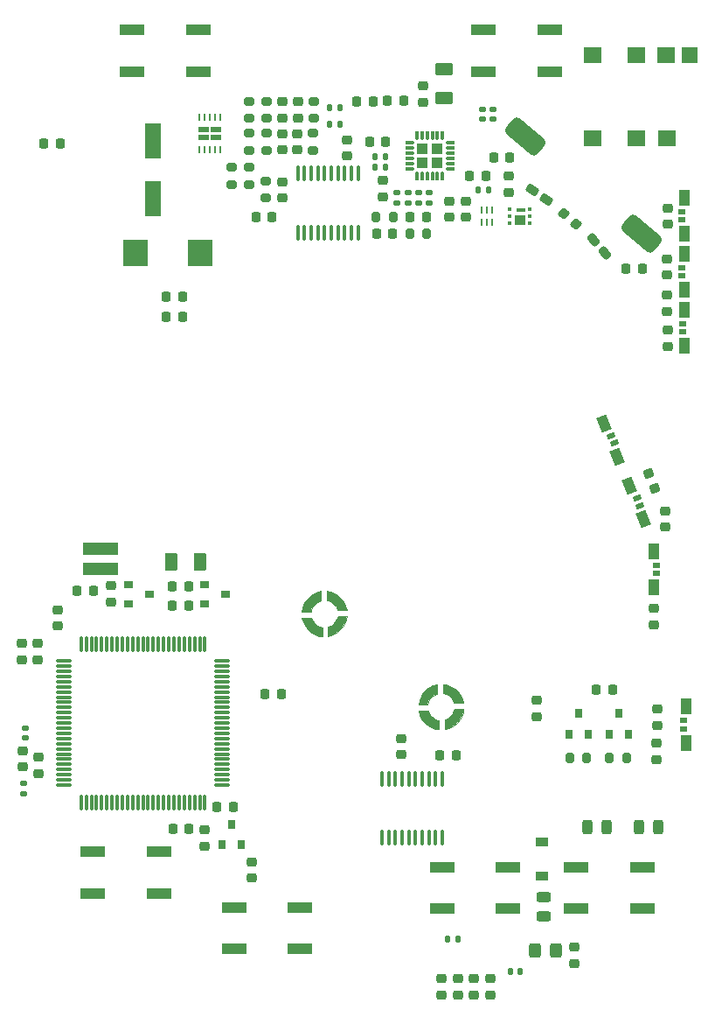
<source format=gbr>
G04 #@! TF.GenerationSoftware,KiCad,Pcbnew,8.0.8+dfsg-1*
G04 #@! TF.CreationDate,2025-03-16T16:58:16-04:00*
G04 #@! TF.ProjectId,RUST_Motherboard,52555354-5f4d-46f7-9468-6572626f6172,rev?*
G04 #@! TF.SameCoordinates,Original*
G04 #@! TF.FileFunction,Paste,Bot*
G04 #@! TF.FilePolarity,Positive*
%FSLAX46Y46*%
G04 Gerber Fmt 4.6, Leading zero omitted, Abs format (unit mm)*
G04 Created by KiCad (PCBNEW 8.0.8+dfsg-1) date 2025-03-16 16:58:16*
%MOMM*%
%LPD*%
G01*
G04 APERTURE LIST*
G04 Aperture macros list*
%AMRoundRect*
0 Rectangle with rounded corners*
0 $1 Rounding radius*
0 $2 $3 $4 $5 $6 $7 $8 $9 X,Y pos of 4 corners*
0 Add a 4 corners polygon primitive as box body*
4,1,4,$2,$3,$4,$5,$6,$7,$8,$9,$2,$3,0*
0 Add four circle primitives for the rounded corners*
1,1,$1+$1,$2,$3*
1,1,$1+$1,$4,$5*
1,1,$1+$1,$6,$7*
1,1,$1+$1,$8,$9*
0 Add four rect primitives between the rounded corners*
20,1,$1+$1,$2,$3,$4,$5,0*
20,1,$1+$1,$4,$5,$6,$7,0*
20,1,$1+$1,$6,$7,$8,$9,0*
20,1,$1+$1,$8,$9,$2,$3,0*%
%AMRotRect*
0 Rectangle, with rotation*
0 The origin of the aperture is its center*
0 $1 length*
0 $2 width*
0 $3 Rotation angle, in degrees counterclockwise*
0 Add horizontal line*
21,1,$1,$2,0,0,$3*%
%AMFreePoly0*
4,1,10,0.140000,0.000000,0.121244,-0.070000,0.070000,-0.121244,0.000000,-0.140000,-0.070000,-0.121244,-0.121244,-0.070000,-0.140000,0.000000,-0.140000,0.710000,0.140000,0.710000,0.140000,0.000000,0.140000,0.000000,$1*%
G04 Aperture macros list end*
%ADD10C,0.010000*%
%ADD11C,0.100000*%
%ADD12R,0.900000X0.800000*%
%ADD13RoundRect,0.218750X-0.218750X-0.256250X0.218750X-0.256250X0.218750X0.256250X-0.218750X0.256250X0*%
%ADD14RoundRect,0.218750X0.218750X0.256250X-0.218750X0.256250X-0.218750X-0.256250X0.218750X-0.256250X0*%
%ADD15RoundRect,0.218750X0.256250X-0.218750X0.256250X0.218750X-0.256250X0.218750X-0.256250X-0.218750X0*%
%ADD16RoundRect,0.147500X0.172500X-0.147500X0.172500X0.147500X-0.172500X0.147500X-0.172500X-0.147500X0*%
%ADD17RoundRect,0.147500X0.147500X0.172500X-0.147500X0.172500X-0.147500X-0.172500X0.147500X-0.172500X0*%
%ADD18RoundRect,0.147500X-0.172500X0.147500X-0.172500X-0.147500X0.172500X-0.147500X0.172500X0.147500X0*%
%ADD19RoundRect,0.225000X0.225000X0.250000X-0.225000X0.250000X-0.225000X-0.250000X0.225000X-0.250000X0*%
%ADD20RoundRect,0.218750X-0.256250X0.218750X-0.256250X-0.218750X0.256250X-0.218750X0.256250X0.218750X0*%
%ADD21R,2.400000X1.100000*%
%ADD22R,1.600000X1.600000*%
%ADD23R,1.800000X1.600000*%
%ADD24RoundRect,0.243750X-0.243750X-0.456250X0.243750X-0.456250X0.243750X0.456250X-0.243750X0.456250X0*%
%ADD25RoundRect,0.225000X-0.250000X0.225000X-0.250000X-0.225000X0.250000X-0.225000X0.250000X0.225000X0*%
%ADD26RotRect,0.500000X0.800000X292.000000*%
%ADD27RotRect,1.500000X1.000000X292.000000*%
%ADD28RoundRect,0.250000X0.375000X0.625000X-0.375000X0.625000X-0.375000X-0.625000X0.375000X-0.625000X0*%
%ADD29R,1.100000X1.100000*%
%ADD30FreePoly0,90.000000*%
%ADD31FreePoly0,0.000000*%
%ADD32FreePoly0,270.000000*%
%ADD33FreePoly0,180.000000*%
%ADD34RoundRect,0.218750X-0.319536X0.106829X-0.155646X-0.298814X0.319536X-0.106829X0.155646X0.298814X0*%
%ADD35RoundRect,0.218750X0.334028X0.044059X0.008902X0.336803X-0.334028X-0.044059X-0.008902X-0.336803X0*%
%ADD36RoundRect,0.200000X-0.200000X-0.275000X0.200000X-0.275000X0.200000X0.275000X-0.200000X0.275000X0*%
%ADD37RoundRect,0.147500X-0.147500X-0.172500X0.147500X-0.172500X0.147500X0.172500X-0.147500X0.172500X0*%
%ADD38RoundRect,0.212500X0.425571X-0.155068X-0.109734X0.439448X-0.425571X0.155068X0.109734X-0.439448X0*%
%ADD39R,1.600000X3.500000*%
%ADD40R,0.280000X0.750000*%
%ADD41R,0.450000X0.400000*%
%ADD42R,3.400000X1.200000*%
%ADD43RoundRect,0.243750X-0.456250X0.243750X-0.456250X-0.243750X0.456250X-0.243750X0.456250X0.243750X0*%
%ADD44R,2.370000X2.550000*%
%ADD45R,1.200000X0.900000*%
%ADD46RoundRect,0.100000X0.100000X-0.637500X0.100000X0.637500X-0.100000X0.637500X-0.100000X-0.637500X0*%
%ADD47RoundRect,0.100000X-0.100000X0.637500X-0.100000X-0.637500X0.100000X-0.637500X0.100000X0.637500X0*%
%ADD48RoundRect,0.249999X0.325001X0.450001X-0.325001X0.450001X-0.325001X-0.450001X0.325001X-0.450001X0*%
%ADD49R,0.800000X0.900000*%
%ADD50RoundRect,0.250000X0.625000X-0.375000X0.625000X0.375000X-0.625000X0.375000X-0.625000X-0.375000X0*%
%ADD51RoundRect,0.212500X0.449546X-0.055361X-0.205776X0.403500X-0.449546X0.055361X0.205776X-0.403500X0*%
%ADD52RoundRect,0.200000X-0.275000X0.200000X-0.275000X-0.200000X0.275000X-0.200000X0.275000X0.200000X0*%
%ADD53R,0.800000X0.500000*%
%ADD54R,1.000000X1.500000*%
%ADD55RoundRect,0.070000X0.070000X-0.667500X0.070000X0.667500X-0.070000X0.667500X-0.070000X-0.667500X0*%
%ADD56RoundRect,0.070000X0.667500X-0.070000X0.667500X0.070000X-0.667500X0.070000X-0.667500X-0.070000X0*%
%ADD57RoundRect,0.500000X1.470460X-0.581159X-0.827673X1.347204X-1.470460X0.581159X0.827673X-1.347204X0*%
%ADD58RoundRect,0.200000X0.200000X0.275000X-0.200000X0.275000X-0.200000X-0.275000X0.200000X-0.275000X0*%
%ADD59RoundRect,0.200000X0.275000X-0.200000X0.275000X0.200000X-0.275000X0.200000X-0.275000X-0.200000X0*%
%ADD60R,1.050000X0.600000*%
%ADD61R,0.280000X0.650000*%
G04 APERTURE END LIST*
D10*
X164702617Y-76895069D02*
X164705226Y-76895274D01*
X164707822Y-76895616D01*
X164710396Y-76896093D01*
X164712941Y-76896704D01*
X164715451Y-76897447D01*
X164717918Y-76898321D01*
X164720337Y-76899323D01*
X164722700Y-76900450D01*
X164725000Y-76901699D01*
X164727232Y-76903066D01*
X164729389Y-76904549D01*
X164731466Y-76906143D01*
X164733457Y-76907843D01*
X164735355Y-76909645D01*
X164737157Y-76911543D01*
X164738857Y-76913534D01*
X164740451Y-76915611D01*
X164741934Y-76917768D01*
X164743301Y-76920000D01*
X164744550Y-76922300D01*
X164745677Y-76924663D01*
X164746679Y-76927082D01*
X164747553Y-76929549D01*
X164748296Y-76932059D01*
X164748907Y-76934604D01*
X164749384Y-76937178D01*
X164749726Y-76939774D01*
X164749931Y-76942383D01*
X164750000Y-76945000D01*
X164750000Y-77705000D01*
X164749931Y-77707617D01*
X164749726Y-77710226D01*
X164749384Y-77712822D01*
X164748907Y-77715396D01*
X164748296Y-77717941D01*
X164747553Y-77720451D01*
X164746679Y-77722918D01*
X164745677Y-77725337D01*
X164744550Y-77727700D01*
X164743301Y-77730000D01*
X164741934Y-77732232D01*
X164740451Y-77734389D01*
X164738857Y-77736466D01*
X164737157Y-77738457D01*
X164735355Y-77740355D01*
X164733457Y-77742157D01*
X164731466Y-77743857D01*
X164729389Y-77745451D01*
X164727232Y-77746934D01*
X164725000Y-77748301D01*
X164722700Y-77749550D01*
X164720337Y-77750677D01*
X164717918Y-77751679D01*
X164715451Y-77752553D01*
X164712941Y-77753296D01*
X164710396Y-77753907D01*
X164707822Y-77754384D01*
X164705226Y-77754726D01*
X164702617Y-77754931D01*
X164700000Y-77755000D01*
X163900000Y-77755000D01*
X163897383Y-77754931D01*
X163894774Y-77754726D01*
X163892178Y-77754384D01*
X163889604Y-77753907D01*
X163887059Y-77753296D01*
X163884549Y-77752553D01*
X163882082Y-77751679D01*
X163879663Y-77750677D01*
X163877300Y-77749550D01*
X163875000Y-77748301D01*
X163872768Y-77746934D01*
X163870611Y-77745451D01*
X163868534Y-77743857D01*
X163866543Y-77742157D01*
X163864645Y-77740355D01*
X163862843Y-77738457D01*
X163861143Y-77736466D01*
X163859549Y-77734389D01*
X163858066Y-77732232D01*
X163856699Y-77730000D01*
X163855450Y-77727700D01*
X163854323Y-77725337D01*
X163853321Y-77722918D01*
X163852447Y-77720451D01*
X163851704Y-77717941D01*
X163851093Y-77715396D01*
X163850616Y-77712822D01*
X163850274Y-77710226D01*
X163850069Y-77707617D01*
X163850000Y-77705000D01*
X163850000Y-76945000D01*
X163850069Y-76942383D01*
X163850274Y-76939774D01*
X163850616Y-76937178D01*
X163851093Y-76934604D01*
X163851704Y-76932059D01*
X163852447Y-76929549D01*
X163853321Y-76927082D01*
X163854323Y-76924663D01*
X163855450Y-76922300D01*
X163856699Y-76920000D01*
X163858066Y-76917768D01*
X163859549Y-76915611D01*
X163861143Y-76913534D01*
X163862843Y-76911543D01*
X163864645Y-76909645D01*
X163866543Y-76907843D01*
X163868534Y-76906143D01*
X163870611Y-76904549D01*
X163872768Y-76903066D01*
X163875000Y-76901699D01*
X163877300Y-76900450D01*
X163879663Y-76899323D01*
X163882082Y-76898321D01*
X163884549Y-76897447D01*
X163887059Y-76896704D01*
X163889604Y-76896093D01*
X163892178Y-76895616D01*
X163894774Y-76895274D01*
X163897383Y-76895069D01*
X163900000Y-76895000D01*
X164700000Y-76895000D01*
X164702617Y-76895069D01*
G36*
X164702617Y-76895069D02*
G01*
X164705226Y-76895274D01*
X164707822Y-76895616D01*
X164710396Y-76896093D01*
X164712941Y-76896704D01*
X164715451Y-76897447D01*
X164717918Y-76898321D01*
X164720337Y-76899323D01*
X164722700Y-76900450D01*
X164725000Y-76901699D01*
X164727232Y-76903066D01*
X164729389Y-76904549D01*
X164731466Y-76906143D01*
X164733457Y-76907843D01*
X164735355Y-76909645D01*
X164737157Y-76911543D01*
X164738857Y-76913534D01*
X164740451Y-76915611D01*
X164741934Y-76917768D01*
X164743301Y-76920000D01*
X164744550Y-76922300D01*
X164745677Y-76924663D01*
X164746679Y-76927082D01*
X164747553Y-76929549D01*
X164748296Y-76932059D01*
X164748907Y-76934604D01*
X164749384Y-76937178D01*
X164749726Y-76939774D01*
X164749931Y-76942383D01*
X164750000Y-76945000D01*
X164750000Y-77705000D01*
X164749931Y-77707617D01*
X164749726Y-77710226D01*
X164749384Y-77712822D01*
X164748907Y-77715396D01*
X164748296Y-77717941D01*
X164747553Y-77720451D01*
X164746679Y-77722918D01*
X164745677Y-77725337D01*
X164744550Y-77727700D01*
X164743301Y-77730000D01*
X164741934Y-77732232D01*
X164740451Y-77734389D01*
X164738857Y-77736466D01*
X164737157Y-77738457D01*
X164735355Y-77740355D01*
X164733457Y-77742157D01*
X164731466Y-77743857D01*
X164729389Y-77745451D01*
X164727232Y-77746934D01*
X164725000Y-77748301D01*
X164722700Y-77749550D01*
X164720337Y-77750677D01*
X164717918Y-77751679D01*
X164715451Y-77752553D01*
X164712941Y-77753296D01*
X164710396Y-77753907D01*
X164707822Y-77754384D01*
X164705226Y-77754726D01*
X164702617Y-77754931D01*
X164700000Y-77755000D01*
X163900000Y-77755000D01*
X163897383Y-77754931D01*
X163894774Y-77754726D01*
X163892178Y-77754384D01*
X163889604Y-77753907D01*
X163887059Y-77753296D01*
X163884549Y-77752553D01*
X163882082Y-77751679D01*
X163879663Y-77750677D01*
X163877300Y-77749550D01*
X163875000Y-77748301D01*
X163872768Y-77746934D01*
X163870611Y-77745451D01*
X163868534Y-77743857D01*
X163866543Y-77742157D01*
X163864645Y-77740355D01*
X163862843Y-77738457D01*
X163861143Y-77736466D01*
X163859549Y-77734389D01*
X163858066Y-77732232D01*
X163856699Y-77730000D01*
X163855450Y-77727700D01*
X163854323Y-77725337D01*
X163853321Y-77722918D01*
X163852447Y-77720451D01*
X163851704Y-77717941D01*
X163851093Y-77715396D01*
X163850616Y-77712822D01*
X163850274Y-77710226D01*
X163850069Y-77707617D01*
X163850000Y-77705000D01*
X163850000Y-76945000D01*
X163850069Y-76942383D01*
X163850274Y-76939774D01*
X163850616Y-76937178D01*
X163851093Y-76934604D01*
X163851704Y-76932059D01*
X163852447Y-76929549D01*
X163853321Y-76927082D01*
X163854323Y-76924663D01*
X163855450Y-76922300D01*
X163856699Y-76920000D01*
X163858066Y-76917768D01*
X163859549Y-76915611D01*
X163861143Y-76913534D01*
X163862843Y-76911543D01*
X163864645Y-76909645D01*
X163866543Y-76907843D01*
X163868534Y-76906143D01*
X163870611Y-76904549D01*
X163872768Y-76903066D01*
X163875000Y-76901699D01*
X163877300Y-76900450D01*
X163879663Y-76899323D01*
X163882082Y-76898321D01*
X163884549Y-76897447D01*
X163887059Y-76896704D01*
X163889604Y-76896093D01*
X163892178Y-76895616D01*
X163894774Y-76895274D01*
X163897383Y-76895069D01*
X163900000Y-76895000D01*
X164700000Y-76895000D01*
X164702617Y-76895069D01*
G37*
X164697617Y-76205069D02*
X164700226Y-76205274D01*
X164702822Y-76205616D01*
X164705396Y-76206093D01*
X164707941Y-76206704D01*
X164710451Y-76207447D01*
X164712918Y-76208321D01*
X164715337Y-76209323D01*
X164717700Y-76210450D01*
X164720000Y-76211699D01*
X164722232Y-76213066D01*
X164724389Y-76214549D01*
X164726466Y-76216143D01*
X164728457Y-76217843D01*
X164730355Y-76219645D01*
X164732157Y-76221543D01*
X164733857Y-76223534D01*
X164735451Y-76225611D01*
X164736934Y-76227768D01*
X164738301Y-76230000D01*
X164739550Y-76232300D01*
X164740677Y-76234663D01*
X164741679Y-76237082D01*
X164742553Y-76239549D01*
X164743296Y-76242059D01*
X164743907Y-76244604D01*
X164744384Y-76247178D01*
X164744726Y-76249774D01*
X164744931Y-76252383D01*
X164745000Y-76255000D01*
X164745000Y-76445000D01*
X164744931Y-76447617D01*
X164744726Y-76450226D01*
X164744384Y-76452822D01*
X164743907Y-76455396D01*
X164743296Y-76457941D01*
X164742553Y-76460451D01*
X164741679Y-76462918D01*
X164740677Y-76465337D01*
X164739550Y-76467700D01*
X164738301Y-76470000D01*
X164736934Y-76472232D01*
X164735451Y-76474389D01*
X164733857Y-76476466D01*
X164732157Y-76478457D01*
X164730355Y-76480355D01*
X164728457Y-76482157D01*
X164726466Y-76483857D01*
X164724389Y-76485451D01*
X164722232Y-76486934D01*
X164720000Y-76488301D01*
X164717700Y-76489550D01*
X164715337Y-76490677D01*
X164712918Y-76491679D01*
X164710451Y-76492553D01*
X164707941Y-76493296D01*
X164705396Y-76493907D01*
X164702822Y-76494384D01*
X164700226Y-76494726D01*
X164697617Y-76494931D01*
X164695000Y-76495000D01*
X164095000Y-76495000D01*
X164092383Y-76494931D01*
X164089774Y-76494726D01*
X164087178Y-76494384D01*
X164084604Y-76493907D01*
X164082059Y-76493296D01*
X164079549Y-76492553D01*
X164077082Y-76491679D01*
X164074663Y-76490677D01*
X164072300Y-76489550D01*
X164070000Y-76488301D01*
X164067768Y-76486934D01*
X164065611Y-76485451D01*
X164063534Y-76483857D01*
X164061543Y-76482157D01*
X164059645Y-76480355D01*
X164057843Y-76478457D01*
X164056143Y-76476466D01*
X164054549Y-76474389D01*
X164053066Y-76472232D01*
X164051699Y-76470000D01*
X164050450Y-76467700D01*
X164049323Y-76465337D01*
X164048321Y-76462918D01*
X164047447Y-76460451D01*
X164046704Y-76457941D01*
X164046093Y-76455396D01*
X164045616Y-76452822D01*
X164045274Y-76450226D01*
X164045069Y-76447617D01*
X164045000Y-76445000D01*
X164045000Y-76255000D01*
X164045069Y-76252383D01*
X164045274Y-76249774D01*
X164045616Y-76247178D01*
X164046093Y-76244604D01*
X164046704Y-76242059D01*
X164047447Y-76239549D01*
X164048321Y-76237082D01*
X164049323Y-76234663D01*
X164050450Y-76232300D01*
X164051699Y-76230000D01*
X164053066Y-76227768D01*
X164054549Y-76225611D01*
X164056143Y-76223534D01*
X164057843Y-76221543D01*
X164059645Y-76219645D01*
X164061543Y-76217843D01*
X164063534Y-76216143D01*
X164065611Y-76214549D01*
X164067768Y-76213066D01*
X164070000Y-76211699D01*
X164072300Y-76210450D01*
X164074663Y-76209323D01*
X164077082Y-76208321D01*
X164079549Y-76207447D01*
X164082059Y-76206704D01*
X164084604Y-76206093D01*
X164087178Y-76205616D01*
X164089774Y-76205274D01*
X164092383Y-76205069D01*
X164095000Y-76205000D01*
X164695000Y-76205000D01*
X164697617Y-76205069D01*
G36*
X164697617Y-76205069D02*
G01*
X164700226Y-76205274D01*
X164702822Y-76205616D01*
X164705396Y-76206093D01*
X164707941Y-76206704D01*
X164710451Y-76207447D01*
X164712918Y-76208321D01*
X164715337Y-76209323D01*
X164717700Y-76210450D01*
X164720000Y-76211699D01*
X164722232Y-76213066D01*
X164724389Y-76214549D01*
X164726466Y-76216143D01*
X164728457Y-76217843D01*
X164730355Y-76219645D01*
X164732157Y-76221543D01*
X164733857Y-76223534D01*
X164735451Y-76225611D01*
X164736934Y-76227768D01*
X164738301Y-76230000D01*
X164739550Y-76232300D01*
X164740677Y-76234663D01*
X164741679Y-76237082D01*
X164742553Y-76239549D01*
X164743296Y-76242059D01*
X164743907Y-76244604D01*
X164744384Y-76247178D01*
X164744726Y-76249774D01*
X164744931Y-76252383D01*
X164745000Y-76255000D01*
X164745000Y-76445000D01*
X164744931Y-76447617D01*
X164744726Y-76450226D01*
X164744384Y-76452822D01*
X164743907Y-76455396D01*
X164743296Y-76457941D01*
X164742553Y-76460451D01*
X164741679Y-76462918D01*
X164740677Y-76465337D01*
X164739550Y-76467700D01*
X164738301Y-76470000D01*
X164736934Y-76472232D01*
X164735451Y-76474389D01*
X164733857Y-76476466D01*
X164732157Y-76478457D01*
X164730355Y-76480355D01*
X164728457Y-76482157D01*
X164726466Y-76483857D01*
X164724389Y-76485451D01*
X164722232Y-76486934D01*
X164720000Y-76488301D01*
X164717700Y-76489550D01*
X164715337Y-76490677D01*
X164712918Y-76491679D01*
X164710451Y-76492553D01*
X164707941Y-76493296D01*
X164705396Y-76493907D01*
X164702822Y-76494384D01*
X164700226Y-76494726D01*
X164697617Y-76494931D01*
X164695000Y-76495000D01*
X164095000Y-76495000D01*
X164092383Y-76494931D01*
X164089774Y-76494726D01*
X164087178Y-76494384D01*
X164084604Y-76493907D01*
X164082059Y-76493296D01*
X164079549Y-76492553D01*
X164077082Y-76491679D01*
X164074663Y-76490677D01*
X164072300Y-76489550D01*
X164070000Y-76488301D01*
X164067768Y-76486934D01*
X164065611Y-76485451D01*
X164063534Y-76483857D01*
X164061543Y-76482157D01*
X164059645Y-76480355D01*
X164057843Y-76478457D01*
X164056143Y-76476466D01*
X164054549Y-76474389D01*
X164053066Y-76472232D01*
X164051699Y-76470000D01*
X164050450Y-76467700D01*
X164049323Y-76465337D01*
X164048321Y-76462918D01*
X164047447Y-76460451D01*
X164046704Y-76457941D01*
X164046093Y-76455396D01*
X164045616Y-76452822D01*
X164045274Y-76450226D01*
X164045069Y-76447617D01*
X164045000Y-76445000D01*
X164045000Y-76255000D01*
X164045069Y-76252383D01*
X164045274Y-76249774D01*
X164045616Y-76247178D01*
X164046093Y-76244604D01*
X164046704Y-76242059D01*
X164047447Y-76239549D01*
X164048321Y-76237082D01*
X164049323Y-76234663D01*
X164050450Y-76232300D01*
X164051699Y-76230000D01*
X164053066Y-76227768D01*
X164054549Y-76225611D01*
X164056143Y-76223534D01*
X164057843Y-76221543D01*
X164059645Y-76219645D01*
X164061543Y-76217843D01*
X164063534Y-76216143D01*
X164065611Y-76214549D01*
X164067768Y-76213066D01*
X164070000Y-76211699D01*
X164072300Y-76210450D01*
X164074663Y-76209323D01*
X164077082Y-76208321D01*
X164079549Y-76207447D01*
X164082059Y-76206704D01*
X164084604Y-76206093D01*
X164087178Y-76205616D01*
X164089774Y-76205274D01*
X164092383Y-76205069D01*
X164095000Y-76205000D01*
X164695000Y-76205000D01*
X164697617Y-76205069D01*
G37*
D11*
X155550000Y-125125000D02*
X155750000Y-125375000D01*
X156025000Y-125600000D01*
X156275000Y-125725000D01*
X156500000Y-125775000D01*
X156500000Y-126650000D01*
X156175000Y-126600000D01*
X155875000Y-126500000D01*
X155450000Y-126275000D01*
X155150000Y-126025000D01*
X154900000Y-125725000D01*
X154650000Y-125275000D01*
X154525000Y-124825000D01*
X155450000Y-124825000D01*
X155550000Y-125125000D01*
G36*
X155550000Y-125125000D02*
G01*
X155750000Y-125375000D01*
X156025000Y-125600000D01*
X156275000Y-125725000D01*
X156500000Y-125775000D01*
X156500000Y-126650000D01*
X156175000Y-126600000D01*
X155875000Y-126500000D01*
X155450000Y-126275000D01*
X155150000Y-126025000D01*
X154900000Y-125725000D01*
X154650000Y-125275000D01*
X154525000Y-124825000D01*
X155450000Y-124825000D01*
X155550000Y-125125000D01*
G37*
X156350000Y-123200000D02*
X156050000Y-123300000D01*
X155800000Y-123500000D01*
X155575000Y-123775000D01*
X155450000Y-124025000D01*
X155400000Y-124250000D01*
X154525000Y-124250000D01*
X154575000Y-123925000D01*
X154675000Y-123625000D01*
X154900000Y-123200000D01*
X155150000Y-122900000D01*
X155450000Y-122650000D01*
X155900000Y-122400000D01*
X156350000Y-122275000D01*
X156350000Y-123200000D01*
G36*
X156350000Y-123200000D02*
G01*
X156050000Y-123300000D01*
X155800000Y-123500000D01*
X155575000Y-123775000D01*
X155450000Y-124025000D01*
X155400000Y-124250000D01*
X154525000Y-124250000D01*
X154575000Y-123925000D01*
X154675000Y-123625000D01*
X154900000Y-123200000D01*
X155150000Y-122900000D01*
X155450000Y-122650000D01*
X155900000Y-122400000D01*
X156350000Y-122275000D01*
X156350000Y-123200000D01*
G37*
X156350000Y-123200000D02*
X156050000Y-123300000D01*
X155800000Y-123500000D01*
X155575000Y-123775000D01*
X155450000Y-124025000D01*
X155400000Y-124250000D01*
X154525000Y-124250000D01*
X154575000Y-123925000D01*
X154675000Y-123625000D01*
X154900000Y-123200000D01*
X155150000Y-122900000D01*
X155450000Y-122650000D01*
X155900000Y-122400000D01*
X156350000Y-122275000D01*
X156350000Y-123200000D01*
G36*
X156350000Y-123200000D02*
G01*
X156050000Y-123300000D01*
X155800000Y-123500000D01*
X155575000Y-123775000D01*
X155450000Y-124025000D01*
X155400000Y-124250000D01*
X154525000Y-124250000D01*
X154575000Y-123925000D01*
X154675000Y-123625000D01*
X154900000Y-123200000D01*
X155150000Y-122900000D01*
X155450000Y-122650000D01*
X155900000Y-122400000D01*
X156350000Y-122275000D01*
X156350000Y-123200000D01*
G37*
X158825000Y-124975000D02*
X158725000Y-125275000D01*
X158500000Y-125700000D01*
X158250000Y-126000000D01*
X157950000Y-126250000D01*
X157500000Y-126500000D01*
X157050000Y-126625000D01*
X157050000Y-125700000D01*
X157350000Y-125600000D01*
X157600000Y-125400000D01*
X157825000Y-125125000D01*
X157950000Y-124875000D01*
X158000000Y-124650000D01*
X158875000Y-124650000D01*
X158825000Y-124975000D01*
G36*
X158825000Y-124975000D02*
G01*
X158725000Y-125275000D01*
X158500000Y-125700000D01*
X158250000Y-126000000D01*
X157950000Y-126250000D01*
X157500000Y-126500000D01*
X157050000Y-126625000D01*
X157050000Y-125700000D01*
X157350000Y-125600000D01*
X157600000Y-125400000D01*
X157825000Y-125125000D01*
X157950000Y-124875000D01*
X158000000Y-124650000D01*
X158875000Y-124650000D01*
X158825000Y-124975000D01*
G37*
X157225000Y-122325000D02*
X157525000Y-122425000D01*
X157950000Y-122650000D01*
X158250000Y-122900000D01*
X158500000Y-123200000D01*
X158750000Y-123650000D01*
X158875000Y-124100000D01*
X157950000Y-124100000D01*
X157850000Y-123800000D01*
X157650000Y-123550000D01*
X157375000Y-123325000D01*
X157125000Y-123200000D01*
X156900000Y-123150000D01*
X156900000Y-122275000D01*
X157225000Y-122325000D01*
G36*
X157225000Y-122325000D02*
G01*
X157525000Y-122425000D01*
X157950000Y-122650000D01*
X158250000Y-122900000D01*
X158500000Y-123200000D01*
X158750000Y-123650000D01*
X158875000Y-124100000D01*
X157950000Y-124100000D01*
X157850000Y-123800000D01*
X157650000Y-123550000D01*
X157375000Y-123325000D01*
X157125000Y-123200000D01*
X156900000Y-123150000D01*
X156900000Y-122275000D01*
X157225000Y-122325000D01*
G37*
X144250000Y-116125000D02*
X144450000Y-116375000D01*
X144725000Y-116600000D01*
X144975000Y-116725000D01*
X145200000Y-116775000D01*
X145200000Y-117650000D01*
X144875000Y-117600000D01*
X144575000Y-117500000D01*
X144150000Y-117275000D01*
X143850000Y-117025000D01*
X143600000Y-116725000D01*
X143350000Y-116275000D01*
X143225000Y-115825000D01*
X144150000Y-115825000D01*
X144250000Y-116125000D01*
G36*
X144250000Y-116125000D02*
G01*
X144450000Y-116375000D01*
X144725000Y-116600000D01*
X144975000Y-116725000D01*
X145200000Y-116775000D01*
X145200000Y-117650000D01*
X144875000Y-117600000D01*
X144575000Y-117500000D01*
X144150000Y-117275000D01*
X143850000Y-117025000D01*
X143600000Y-116725000D01*
X143350000Y-116275000D01*
X143225000Y-115825000D01*
X144150000Y-115825000D01*
X144250000Y-116125000D01*
G37*
X145050000Y-114200000D02*
X144750000Y-114300000D01*
X144500000Y-114500000D01*
X144275000Y-114775000D01*
X144150000Y-115025000D01*
X144100000Y-115250000D01*
X143225000Y-115250000D01*
X143275000Y-114925000D01*
X143375000Y-114625000D01*
X143600000Y-114200000D01*
X143850000Y-113900000D01*
X144150000Y-113650000D01*
X144600000Y-113400000D01*
X145050000Y-113275000D01*
X145050000Y-114200000D01*
G36*
X145050000Y-114200000D02*
G01*
X144750000Y-114300000D01*
X144500000Y-114500000D01*
X144275000Y-114775000D01*
X144150000Y-115025000D01*
X144100000Y-115250000D01*
X143225000Y-115250000D01*
X143275000Y-114925000D01*
X143375000Y-114625000D01*
X143600000Y-114200000D01*
X143850000Y-113900000D01*
X144150000Y-113650000D01*
X144600000Y-113400000D01*
X145050000Y-113275000D01*
X145050000Y-114200000D01*
G37*
X145050000Y-114200000D02*
X144750000Y-114300000D01*
X144500000Y-114500000D01*
X144275000Y-114775000D01*
X144150000Y-115025000D01*
X144100000Y-115250000D01*
X143225000Y-115250000D01*
X143275000Y-114925000D01*
X143375000Y-114625000D01*
X143600000Y-114200000D01*
X143850000Y-113900000D01*
X144150000Y-113650000D01*
X144600000Y-113400000D01*
X145050000Y-113275000D01*
X145050000Y-114200000D01*
G36*
X145050000Y-114200000D02*
G01*
X144750000Y-114300000D01*
X144500000Y-114500000D01*
X144275000Y-114775000D01*
X144150000Y-115025000D01*
X144100000Y-115250000D01*
X143225000Y-115250000D01*
X143275000Y-114925000D01*
X143375000Y-114625000D01*
X143600000Y-114200000D01*
X143850000Y-113900000D01*
X144150000Y-113650000D01*
X144600000Y-113400000D01*
X145050000Y-113275000D01*
X145050000Y-114200000D01*
G37*
X147525000Y-115975000D02*
X147425000Y-116275000D01*
X147200000Y-116700000D01*
X146950000Y-117000000D01*
X146650000Y-117250000D01*
X146200000Y-117500000D01*
X145750000Y-117625000D01*
X145750000Y-116700000D01*
X146050000Y-116600000D01*
X146300000Y-116400000D01*
X146525000Y-116125000D01*
X146650000Y-115875000D01*
X146700000Y-115650000D01*
X147575000Y-115650000D01*
X147525000Y-115975000D01*
G36*
X147525000Y-115975000D02*
G01*
X147425000Y-116275000D01*
X147200000Y-116700000D01*
X146950000Y-117000000D01*
X146650000Y-117250000D01*
X146200000Y-117500000D01*
X145750000Y-117625000D01*
X145750000Y-116700000D01*
X146050000Y-116600000D01*
X146300000Y-116400000D01*
X146525000Y-116125000D01*
X146650000Y-115875000D01*
X146700000Y-115650000D01*
X147575000Y-115650000D01*
X147525000Y-115975000D01*
G37*
X145925000Y-113325000D02*
X146225000Y-113425000D01*
X146650000Y-113650000D01*
X146950000Y-113900000D01*
X147200000Y-114200000D01*
X147450000Y-114650000D01*
X147575000Y-115100000D01*
X146650000Y-115100000D01*
X146550000Y-114800000D01*
X146350000Y-114550000D01*
X146075000Y-114325000D01*
X145825000Y-114200000D01*
X145600000Y-114150000D01*
X145600000Y-113275000D01*
X145925000Y-113325000D01*
G36*
X145925000Y-113325000D02*
G01*
X146225000Y-113425000D01*
X146650000Y-113650000D01*
X146950000Y-113900000D01*
X147200000Y-114200000D01*
X147450000Y-114650000D01*
X147575000Y-115100000D01*
X146650000Y-115100000D01*
X146550000Y-114800000D01*
X146350000Y-114550000D01*
X146075000Y-114325000D01*
X145825000Y-114200000D01*
X145600000Y-114150000D01*
X145600000Y-113275000D01*
X145925000Y-113325000D01*
G37*
D12*
X133825000Y-114525000D03*
X133825000Y-112625000D03*
X135825000Y-113575000D03*
X126450000Y-114525000D03*
X126450000Y-112625000D03*
X128450000Y-113575000D03*
D13*
X161792500Y-71350000D03*
X163367500Y-71350000D03*
X130662500Y-112850000D03*
X132237500Y-112850000D03*
D14*
X132237500Y-114700000D03*
X130662500Y-114700000D03*
X123037500Y-113200000D03*
X121462500Y-113200000D03*
D15*
X124700000Y-114337500D03*
X124700000Y-112762500D03*
X119575000Y-116637500D03*
X119575000Y-115062500D03*
D16*
X160700000Y-67635000D03*
X160700000Y-66665000D03*
D14*
X150087500Y-65900000D03*
X148512500Y-65900000D03*
D17*
X151285000Y-72250000D03*
X150315000Y-72250000D03*
X151285000Y-71200000D03*
X150315000Y-71200000D03*
D18*
X154525000Y-74740000D03*
X154525000Y-75710000D03*
X155550000Y-74715000D03*
X155550000Y-75685000D03*
D19*
X151975000Y-78650000D03*
X150425000Y-78650000D03*
D13*
X153712500Y-77050000D03*
X155287500Y-77050000D03*
D20*
X141330000Y-73652500D03*
X141330000Y-75227500D03*
D21*
X129346000Y-138497000D03*
X122946000Y-138497000D03*
X129346000Y-142497000D03*
X122946000Y-142497000D03*
X126800000Y-63000000D03*
X133200000Y-63000000D03*
X126800000Y-59000000D03*
X133200000Y-59000000D03*
X163200000Y-140000000D03*
X156800000Y-140000000D03*
X163200000Y-144000000D03*
X156800000Y-144000000D03*
X143027000Y-143886000D03*
X136627000Y-143886000D03*
X143027000Y-147886000D03*
X136627000Y-147886000D03*
X160800000Y-63000000D03*
X167200000Y-63000000D03*
X160800000Y-59000000D03*
X167200000Y-59000000D03*
D22*
X180800000Y-61450000D03*
D23*
X171400000Y-69450000D03*
X175600000Y-69450000D03*
X178600000Y-69450000D03*
X171400000Y-61450000D03*
X175600000Y-61450000D03*
X178450000Y-61450000D03*
D14*
X158157500Y-129160000D03*
X156582500Y-129160000D03*
D24*
X170862500Y-136120000D03*
X172737500Y-136120000D03*
D15*
X166000000Y-125387500D03*
X166000000Y-123812500D03*
D14*
X173312500Y-122775000D03*
X171737500Y-122775000D03*
X141200000Y-123200000D03*
X139625000Y-123200000D03*
D15*
X116200000Y-130287500D03*
X116200000Y-128712500D03*
D14*
X131637500Y-84750000D03*
X130062500Y-84750000D03*
D15*
X138350000Y-141037500D03*
X138350000Y-139462500D03*
D25*
X169600000Y-147725000D03*
X169600000Y-149275000D03*
D26*
X175958459Y-104986587D03*
X175658774Y-104244840D03*
D27*
X176250926Y-106324445D03*
X174939803Y-103079301D03*
D28*
X133400000Y-110400000D03*
X130600000Y-110400000D03*
D29*
X154900000Y-70450000D03*
X154900000Y-71850000D03*
X156300000Y-70450000D03*
X156300000Y-71850000D03*
D30*
X153910000Y-72400000D03*
X153910000Y-71900000D03*
X153910000Y-71400000D03*
X153910000Y-70900000D03*
X153910000Y-70400000D03*
X153910000Y-69900000D03*
D31*
X154350000Y-69460000D03*
X154850000Y-69460000D03*
X155350000Y-69460000D03*
X155850000Y-69460000D03*
X156350000Y-69460000D03*
X156850000Y-69460000D03*
D32*
X157290000Y-69900000D03*
X157290000Y-70400000D03*
X157290000Y-70900000D03*
X157290000Y-71400000D03*
X157290000Y-71900000D03*
X157290000Y-72400000D03*
D33*
X156850000Y-72840000D03*
X156350000Y-72840000D03*
X155850000Y-72840000D03*
X155350000Y-72840000D03*
X154850000Y-72840000D03*
X154350000Y-72840000D03*
D20*
X177650000Y-124662500D03*
X177650000Y-126237500D03*
X177600000Y-127975000D03*
X177600000Y-129550000D03*
D15*
X178610000Y-86197500D03*
X178610000Y-84622500D03*
D20*
X178700000Y-88012500D03*
X178700000Y-89587500D03*
D14*
X176187500Y-82050000D03*
X174612500Y-82050000D03*
D20*
X177300000Y-114962500D03*
X177300000Y-116537500D03*
D34*
X176804997Y-101894843D03*
X177395003Y-103355157D03*
D20*
X178650000Y-76212500D03*
X178650000Y-77787500D03*
D35*
X169785227Y-77756940D03*
X168614773Y-76703060D03*
D14*
X161037500Y-73100000D03*
X159462500Y-73100000D03*
D16*
X152450000Y-75685000D03*
X152450000Y-74715000D03*
D13*
X151512500Y-65850000D03*
X153087500Y-65850000D03*
D36*
X153675000Y-78650000D03*
X155325000Y-78650000D03*
D15*
X117650000Y-119887500D03*
X117650000Y-118312500D03*
D37*
X160315000Y-74450000D03*
X161285000Y-74450000D03*
D15*
X157530000Y-77117500D03*
X157530000Y-75542500D03*
D14*
X132287500Y-136300000D03*
X130712500Y-136300000D03*
D15*
X133800000Y-137937500D03*
X133800000Y-136362500D03*
X158300000Y-152337500D03*
X158300000Y-150762500D03*
X159900000Y-152322500D03*
X159900000Y-150747500D03*
D17*
X158335000Y-146900000D03*
X157365000Y-146900000D03*
D37*
X163415000Y-150100000D03*
X164385000Y-150100000D03*
D15*
X117700000Y-130887500D03*
X117700000Y-129312500D03*
D37*
X145915000Y-66500000D03*
X146885000Y-66500000D03*
D18*
X153525000Y-74735000D03*
X153525000Y-75705000D03*
D38*
X172543669Y-80523805D03*
X171456331Y-79316195D03*
D20*
X141350000Y-65912500D03*
X141350000Y-67487500D03*
X142800000Y-69012500D03*
X142800000Y-70587500D03*
D25*
X142850000Y-65925000D03*
X142850000Y-67475000D03*
X141300000Y-69025000D03*
X141300000Y-70575000D03*
D16*
X161750000Y-67635000D03*
X161750000Y-66665000D03*
D14*
X140317500Y-77100000D03*
X138742500Y-77100000D03*
D20*
X161500000Y-150772500D03*
X161500000Y-152347500D03*
X159090000Y-75532500D03*
X159090000Y-77107500D03*
D21*
X176200000Y-140000000D03*
X169800000Y-140000000D03*
X176200000Y-144000000D03*
X169800000Y-144000000D03*
D39*
X128750000Y-75300000D03*
X128750000Y-69700000D03*
D40*
X161600000Y-77575000D03*
X161100000Y-77575000D03*
X160600000Y-77575000D03*
X160600000Y-76425000D03*
X161100000Y-76425000D03*
X161600000Y-76425000D03*
D41*
X163325000Y-77650000D03*
X163325000Y-77000000D03*
X163325000Y-76350000D03*
X165275000Y-76350000D03*
X165275000Y-77000000D03*
X165275000Y-77650000D03*
D42*
X123700000Y-111150000D03*
X123700000Y-109150000D03*
D13*
X118212500Y-69945000D03*
X119787500Y-69945000D03*
D20*
X151100000Y-73562500D03*
X151100000Y-75137500D03*
D43*
X166600000Y-142882500D03*
X166600000Y-144757500D03*
D44*
X133325000Y-80570000D03*
X127075000Y-80570000D03*
D24*
X175862500Y-136120000D03*
X177737500Y-136120000D03*
D45*
X166500000Y-140870000D03*
X166500000Y-137570000D03*
D15*
X147600000Y-71187500D03*
X147600000Y-69612500D03*
X152810000Y-129097500D03*
X152810000Y-127522500D03*
D46*
X156825000Y-137132500D03*
X156175000Y-137132500D03*
X155525000Y-137132500D03*
X154875000Y-137132500D03*
X154225000Y-137132500D03*
X153575000Y-137132500D03*
X152925000Y-137132500D03*
X152275000Y-137132500D03*
X151625000Y-137132500D03*
X150975000Y-137132500D03*
X150975000Y-131407500D03*
X151625000Y-131407500D03*
X152275000Y-131407500D03*
X152925000Y-131407500D03*
X153575000Y-131407500D03*
X154225000Y-131407500D03*
X154875000Y-131407500D03*
X155525000Y-131407500D03*
X156175000Y-131407500D03*
X156825000Y-131407500D03*
D47*
X142815000Y-72887500D03*
X143465000Y-72887500D03*
X144115000Y-72887500D03*
X144765000Y-72887500D03*
X145415000Y-72887500D03*
X146065000Y-72887500D03*
X146715000Y-72887500D03*
X147365000Y-72887500D03*
X148015000Y-72887500D03*
X148665000Y-72887500D03*
X148665000Y-78612500D03*
X148015000Y-78612500D03*
X147365000Y-78612500D03*
X146715000Y-78612500D03*
X146065000Y-78612500D03*
X145415000Y-78612500D03*
X144765000Y-78612500D03*
X144115000Y-78612500D03*
X143465000Y-78612500D03*
X142815000Y-78612500D03*
D48*
X167825000Y-148050000D03*
X165775000Y-148050000D03*
D20*
X178600000Y-81112500D03*
X178600000Y-82687500D03*
D14*
X131637500Y-86750000D03*
X130062500Y-86750000D03*
D49*
X137375000Y-137800000D03*
X135475000Y-137800000D03*
X136425000Y-135800000D03*
D14*
X136587500Y-134175000D03*
X135012500Y-134175000D03*
D16*
X116250000Y-132835000D03*
X116250000Y-131865000D03*
X116450000Y-127485000D03*
X116450000Y-126515000D03*
D50*
X157000000Y-65600000D03*
X157000000Y-62800000D03*
D20*
X163250000Y-73112500D03*
X163250000Y-74687500D03*
X178425000Y-105512500D03*
X178425000Y-107087500D03*
X156700000Y-150762500D03*
X156700000Y-152337500D03*
D14*
X151337500Y-69800000D03*
X149762500Y-69800000D03*
D15*
X154950000Y-65987500D03*
X154950000Y-64412500D03*
D51*
X166865561Y-75366031D03*
X165534439Y-74433969D03*
D15*
X116100000Y-119887500D03*
X116100000Y-118312500D03*
D37*
X145915000Y-68100000D03*
X146885000Y-68100000D03*
D52*
X139800000Y-65875000D03*
X139800000Y-67525000D03*
D53*
X180075000Y-87406428D03*
X180075000Y-88206428D03*
D54*
X180305000Y-86056428D03*
X180305000Y-89556428D03*
D55*
X133825000Y-133687500D03*
X133325000Y-133687500D03*
X132825000Y-133687500D03*
X132325000Y-133687500D03*
X131825000Y-133687500D03*
X131325000Y-133687500D03*
X130825000Y-133687500D03*
X130325000Y-133687500D03*
X129825000Y-133687500D03*
X129325000Y-133687500D03*
X128825000Y-133687500D03*
X128325000Y-133687500D03*
X127825000Y-133687500D03*
X127325000Y-133687500D03*
X126825000Y-133687500D03*
X126325000Y-133687500D03*
X125825000Y-133687500D03*
X125325000Y-133687500D03*
X124825000Y-133687500D03*
X124325000Y-133687500D03*
X123825000Y-133687500D03*
X123325000Y-133687500D03*
X122825000Y-133687500D03*
X122325000Y-133687500D03*
X121825000Y-133687500D03*
D56*
X120162500Y-132025000D03*
X120162500Y-131525000D03*
X120162500Y-131025000D03*
X120162500Y-130525000D03*
X120162500Y-130025000D03*
X120162500Y-129525000D03*
X120162500Y-129025000D03*
X120162500Y-128525000D03*
X120162500Y-128025000D03*
X120162500Y-127525000D03*
X120162500Y-127025000D03*
X120162500Y-126525000D03*
X120162500Y-126025000D03*
X120162500Y-125525000D03*
X120162500Y-125025000D03*
X120162500Y-124525000D03*
X120162500Y-124025000D03*
X120162500Y-123525000D03*
X120162500Y-123025000D03*
X120162500Y-122525000D03*
X120162500Y-122025000D03*
X120162500Y-121525000D03*
X120162500Y-121025000D03*
X120162500Y-120525000D03*
X120162500Y-120025000D03*
D55*
X121825000Y-118362500D03*
X122325000Y-118362500D03*
X122825000Y-118362500D03*
X123325000Y-118362500D03*
X123825000Y-118362500D03*
X124325000Y-118362500D03*
X124825000Y-118362500D03*
X125325000Y-118362500D03*
X125825000Y-118362500D03*
X126325000Y-118362500D03*
X126825000Y-118362500D03*
X127325000Y-118362500D03*
X127825000Y-118362500D03*
X128325000Y-118362500D03*
X128825000Y-118362500D03*
X129325000Y-118362500D03*
X129825000Y-118362500D03*
X130325000Y-118362500D03*
X130825000Y-118362500D03*
X131325000Y-118362500D03*
X131825000Y-118362500D03*
X132325000Y-118362500D03*
X132825000Y-118362500D03*
X133325000Y-118362500D03*
X133825000Y-118362500D03*
D56*
X135487500Y-120025000D03*
X135487500Y-120525000D03*
X135487500Y-121025000D03*
X135487500Y-121525000D03*
X135487500Y-122025000D03*
X135487500Y-122525000D03*
X135487500Y-123025000D03*
X135487500Y-123525000D03*
X135487500Y-124025000D03*
X135487500Y-124525000D03*
X135487500Y-125025000D03*
X135487500Y-125525000D03*
X135487500Y-126025000D03*
X135487500Y-126525000D03*
X135487500Y-127025000D03*
X135487500Y-127525000D03*
X135487500Y-128025000D03*
X135487500Y-128525000D03*
X135487500Y-129025000D03*
X135487500Y-129525000D03*
X135487500Y-130025000D03*
X135487500Y-130525000D03*
X135487500Y-131025000D03*
X135487500Y-131525000D03*
X135487500Y-132025000D03*
D26*
X173498459Y-98956587D03*
X173198774Y-98214840D03*
D27*
X173790926Y-100294445D03*
X172479803Y-97049301D03*
D53*
X180055000Y-81990000D03*
X180055000Y-82790000D03*
D54*
X180285000Y-80640000D03*
X180285000Y-84140000D03*
D57*
X176132498Y-78706677D03*
X164871644Y-69257699D03*
D58*
X170800000Y-129425000D03*
X169150000Y-129425000D03*
D49*
X174875000Y-127100000D03*
X172975000Y-127100000D03*
X173925000Y-125100000D03*
D53*
X180175000Y-125800000D03*
X180175000Y-126600000D03*
D54*
X180405000Y-124450000D03*
X180405000Y-127950000D03*
D52*
X138100000Y-65875000D03*
X138100000Y-67525000D03*
D53*
X180037500Y-76560000D03*
X180037500Y-77360000D03*
D54*
X180267500Y-75210000D03*
X180267500Y-78710000D03*
D58*
X174675000Y-129400000D03*
X173025000Y-129400000D03*
D59*
X139800000Y-70625000D03*
X139800000Y-68975000D03*
X136400000Y-73925000D03*
X136400000Y-72275000D03*
D52*
X139700000Y-73575000D03*
X139700000Y-75225000D03*
D49*
X170975000Y-127100000D03*
X169075000Y-127100000D03*
X170025000Y-125100000D03*
D58*
X152045000Y-77050000D03*
X150395000Y-77050000D03*
D52*
X144350000Y-65875000D03*
X144350000Y-67525000D03*
D53*
X177525000Y-111550000D03*
X177525000Y-110750000D03*
D54*
X177295000Y-112900000D03*
X177295000Y-109400000D03*
D52*
X144300000Y-68975000D03*
X144300000Y-70625000D03*
X138100000Y-68975000D03*
X138100000Y-70625000D03*
D60*
X134920000Y-68612500D03*
X133680000Y-68612500D03*
X134920000Y-69387500D03*
X133680000Y-69387500D03*
D61*
X133300000Y-67450000D03*
X133800000Y-67450000D03*
X134300000Y-67450000D03*
X134800000Y-67450000D03*
X135300000Y-67450000D03*
X135300000Y-70550000D03*
X134800000Y-70550000D03*
X134300000Y-70550000D03*
X133800000Y-70550000D03*
X133300000Y-70550000D03*
D59*
X138100000Y-73925000D03*
X138100000Y-72275000D03*
M02*

</source>
